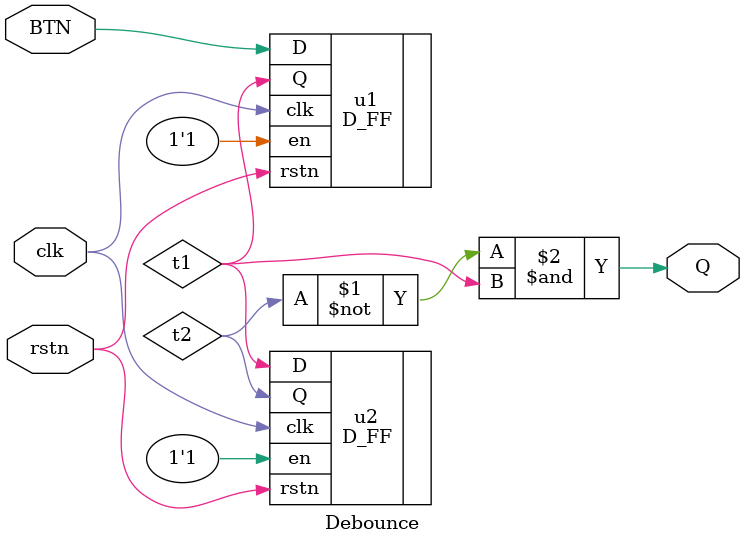
<source format=v>
`timescale 1ns / 1ps


module Debounce(BTN, clk, rstn, Q);
input BTN, clk, rstn;
output Q;
wire t1, t2;

D_FF u1 (.clk(clk), .rstn(rstn), .D(BTN), .en(1'b1), .Q(t1));
D_FF u2 (.clk(clk), .rstn(rstn), .D(t1), .en(1'b1), .Q(t2));
and  u3 (Q, ~t2, t1);

endmodule

</source>
